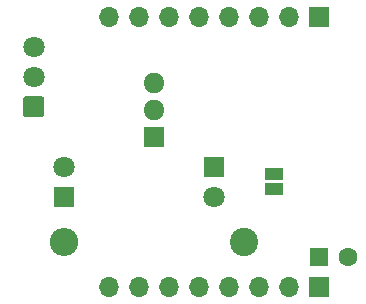
<source format=gbr>
%TF.GenerationSoftware,KiCad,Pcbnew,(5.1.7)-1*%
%TF.CreationDate,2020-12-07T09:32:12+01:00*%
%TF.ProjectId,RcOid,52634f69-642e-46b6-9963-61645f706362,1*%
%TF.SameCoordinates,Original*%
%TF.FileFunction,Soldermask,Top*%
%TF.FilePolarity,Negative*%
%FSLAX46Y46*%
G04 Gerber Fmt 4.6, Leading zero omitted, Abs format (unit mm)*
G04 Created by KiCad (PCBNEW (5.1.7)-1) date 2020-12-07 09:32:12*
%MOMM*%
%LPD*%
G01*
G04 APERTURE LIST*
%ADD10O,1.800000X1.717500*%
%ADD11R,1.800000X1.717500*%
%ADD12R,1.500000X1.000000*%
%ADD13C,1.800000*%
%ADD14R,1.800000X1.800000*%
%ADD15R,1.600000X1.600000*%
%ADD16C,1.600000*%
%ADD17R,1.700000X1.700000*%
%ADD18O,1.700000X1.700000*%
%ADD19C,2.400000*%
%ADD20O,2.400000X2.400000*%
G04 APERTURE END LIST*
D10*
%TO.C,Q1*%
X134620000Y-99560000D03*
X134620000Y-101850000D03*
D11*
X134620000Y-104140000D03*
%TD*%
D12*
%TO.C,JP1*%
X144780000Y-108600000D03*
X144780000Y-107300000D03*
%TD*%
D13*
%TO.C,D2*%
X139700000Y-109220000D03*
D14*
X139700000Y-106680000D03*
%TD*%
D13*
%TO.C,D1*%
X127000000Y-106680000D03*
D14*
X127000000Y-109220000D03*
%TD*%
D15*
%TO.C,C1*%
X148590000Y-114300000D03*
D16*
X151090000Y-114300000D03*
%TD*%
D17*
%TO.C,J1*%
X148590000Y-93980000D03*
D18*
X146050000Y-93980000D03*
X143510000Y-93980000D03*
X140970000Y-93980000D03*
X138430000Y-93980000D03*
X135890000Y-93980000D03*
X133350000Y-93980000D03*
X130810000Y-93980000D03*
%TD*%
%TO.C,J2*%
X130810000Y-116840000D03*
X133350000Y-116840000D03*
X135890000Y-116840000D03*
X138430000Y-116840000D03*
X140970000Y-116840000D03*
X143510000Y-116840000D03*
X146050000Y-116840000D03*
D17*
X148590000Y-116840000D03*
%TD*%
D19*
%TO.C,R1*%
X142240000Y-113030000D03*
D20*
X127000000Y-113030000D03*
%TD*%
%TO.C,U1*%
G36*
G01*
X125109800Y-102500000D02*
X123810200Y-102500000D01*
G75*
G02*
X123560000Y-102249800I0J250200D01*
G01*
X123560000Y-100950200D01*
G75*
G02*
X123810200Y-100700000I250200J0D01*
G01*
X125109800Y-100700000D01*
G75*
G02*
X125360000Y-100950200I0J-250200D01*
G01*
X125360000Y-102249800D01*
G75*
G02*
X125109800Y-102500000I-250200J0D01*
G01*
G37*
D13*
X124460000Y-99060000D03*
X124460000Y-96520000D03*
%TD*%
M02*

</source>
